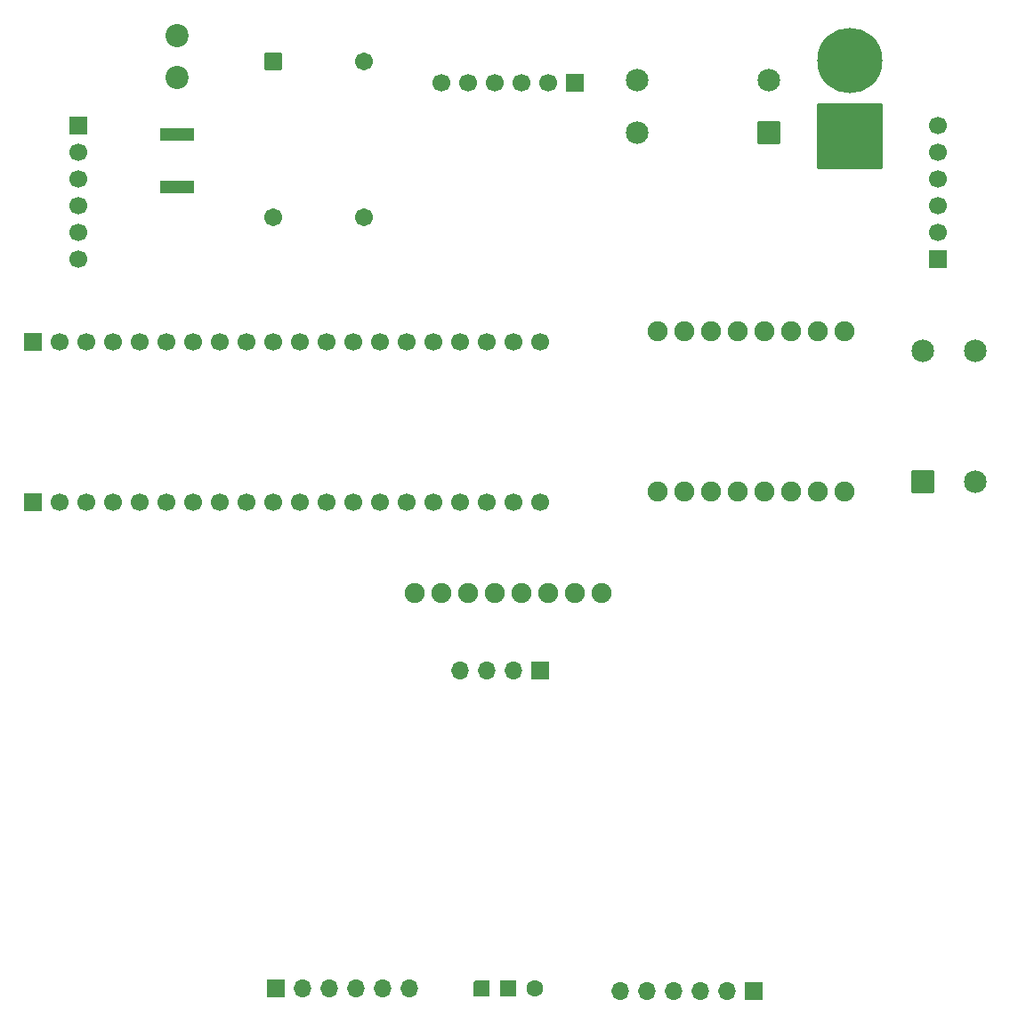
<source format=gbr>
%TF.GenerationSoftware,KiCad,Pcbnew,9.0.0*%
%TF.CreationDate,2025-04-20T11:33:30+05:30*%
%TF.ProjectId,micromouse,6d696372-6f6d-46f7-9573-652e6b696361,rev?*%
%TF.SameCoordinates,Original*%
%TF.FileFunction,Soldermask,Top*%
%TF.FilePolarity,Negative*%
%FSLAX46Y46*%
G04 Gerber Fmt 4.6, Leading zero omitted, Abs format (unit mm)*
G04 Created by KiCad (PCBNEW 9.0.0) date 2025-04-20 11:33:30*
%MOMM*%
%LPD*%
G01*
G04 APERTURE LIST*
G04 Aperture macros list*
%AMRoundRect*
0 Rectangle with rounded corners*
0 $1 Rounding radius*
0 $2 $3 $4 $5 $6 $7 $8 $9 X,Y pos of 4 corners*
0 Add a 4 corners polygon primitive as box body*
4,1,4,$2,$3,$4,$5,$6,$7,$8,$9,$2,$3,0*
0 Add four circle primitives for the rounded corners*
1,1,$1+$1,$2,$3*
1,1,$1+$1,$4,$5*
1,1,$1+$1,$6,$7*
1,1,$1+$1,$8,$9*
0 Add four rect primitives between the rounded corners*
20,1,$1+$1,$2,$3,$4,$5,0*
20,1,$1+$1,$4,$5,$6,$7,0*
20,1,$1+$1,$6,$7,$8,$9,0*
20,1,$1+$1,$8,$9,$2,$3,0*%
%AMOutline5P*
0 Free polygon, 5 corners , with rotation*
0 The origin of the aperture is its center*
0 number of corners: always 5*
0 $1 to $10 corner X, Y*
0 $11 Rotation angle, in degrees counterclockwise*
0 create outline with 5 corners*
4,1,5,$1,$2,$3,$4,$5,$6,$7,$8,$9,$10,$1,$2,$11*%
%AMOutline6P*
0 Free polygon, 6 corners , with rotation*
0 The origin of the aperture is its center*
0 number of corners: always 6*
0 $1 to $12 corner X, Y*
0 $13 Rotation angle, in degrees counterclockwise*
0 create outline with 6 corners*
4,1,6,$1,$2,$3,$4,$5,$6,$7,$8,$9,$10,$11,$12,$1,$2,$13*%
%AMOutline7P*
0 Free polygon, 7 corners , with rotation*
0 The origin of the aperture is its center*
0 number of corners: always 7*
0 $1 to $14 corner X, Y*
0 $15 Rotation angle, in degrees counterclockwise*
0 create outline with 7 corners*
4,1,7,$1,$2,$3,$4,$5,$6,$7,$8,$9,$10,$11,$12,$13,$14,$1,$2,$15*%
%AMOutline8P*
0 Free polygon, 8 corners , with rotation*
0 The origin of the aperture is its center*
0 number of corners: always 8*
0 $1 to $16 corner X, Y*
0 $17 Rotation angle, in degrees counterclockwise*
0 create outline with 8 corners*
4,1,8,$1,$2,$3,$4,$5,$6,$7,$8,$9,$10,$11,$12,$13,$14,$15,$16,$1,$2,$17*%
G04 Aperture macros list end*
%ADD10RoundRect,0.102000X0.975000X0.975000X-0.975000X0.975000X-0.975000X-0.975000X0.975000X-0.975000X0*%
%ADD11C,2.154000*%
%ADD12C,6.204000*%
%ADD13RoundRect,0.102000X3.000000X-3.000000X3.000000X3.000000X-3.000000X3.000000X-3.000000X-3.000000X0*%
%ADD14Outline5P,-0.800000X0.480000X-0.480000X0.800000X0.800000X0.800000X0.800000X-0.800000X-0.800000X-0.800000X0.000000*%
%ADD15R,1.500000X1.500000*%
%ADD16C,1.600000*%
%ADD17R,1.700000X1.700000*%
%ADD18O,1.700000X1.700000*%
%ADD19C,1.700000*%
%ADD20RoundRect,0.102000X0.975000X-0.975000X0.975000X0.975000X-0.975000X0.975000X-0.975000X-0.975000X0*%
%ADD21C,1.904000*%
%ADD22C,2.200000*%
%ADD23R,3.200000X1.200000*%
%ADD24RoundRect,0.102000X-0.749000X-0.749000X0.749000X-0.749000X0.749000X0.749000X-0.749000X0.749000X0*%
%ADD25C,1.702000*%
G04 APERTURE END LIST*
D10*
%TO.C,SW2*%
X158904000Y-35774000D03*
D11*
X158904000Y-30774000D03*
X146404000Y-35774000D03*
X146404000Y-30774000D03*
%TD*%
D12*
%TO.C,J1*%
X166624000Y-28868000D03*
D13*
X166624000Y-36068000D03*
%TD*%
D14*
%TO.C,SW3*%
X131572000Y-117094000D03*
D15*
X134112000Y-117094000D03*
D16*
X136652000Y-117094000D03*
%TD*%
D17*
%TO.C,U3*%
X157480000Y-117348000D03*
D18*
X154940000Y-117348000D03*
X152400000Y-117348000D03*
X149860000Y-117348000D03*
X147320000Y-117348000D03*
X144780000Y-117348000D03*
%TD*%
D17*
%TO.C,U2*%
X88900000Y-70866000D03*
D19*
X91440000Y-70866000D03*
X93980000Y-70866000D03*
X96520000Y-70866000D03*
X99060000Y-70866000D03*
X101600000Y-70866000D03*
X104140000Y-70866000D03*
X106680000Y-70866000D03*
X109220000Y-70866000D03*
X111760000Y-70866000D03*
X114300000Y-70866000D03*
X116840000Y-70866000D03*
X119380000Y-70866000D03*
X121920000Y-70866000D03*
X124460000Y-70866000D03*
X127000000Y-70866000D03*
X129540000Y-70866000D03*
X132080000Y-70866000D03*
X134620000Y-70866000D03*
X137160000Y-70866000D03*
X137160000Y-55626000D03*
X134620000Y-55626000D03*
X132080000Y-55626000D03*
X129540000Y-55626000D03*
X127000000Y-55626000D03*
X124460000Y-55626000D03*
X121920000Y-55626000D03*
X119380000Y-55626000D03*
X116840000Y-55626000D03*
X114300000Y-55626000D03*
X111760000Y-55626000D03*
X109220000Y-55626000D03*
X106680000Y-55626000D03*
X104140000Y-55626000D03*
X101600000Y-55626000D03*
X99060000Y-55626000D03*
X96520000Y-55626000D03*
X93980000Y-55626000D03*
X91440000Y-55626000D03*
D17*
X88900000Y-55626000D03*
%TD*%
D20*
%TO.C,SW4*%
X173522000Y-68988000D03*
D11*
X178522000Y-68988000D03*
X173522000Y-56488000D03*
X178522000Y-56488000D03*
%TD*%
D21*
%TO.C,U5*%
X166116000Y-54610000D03*
X163576000Y-54610000D03*
X161036000Y-54610000D03*
X158496000Y-54610000D03*
X155956000Y-54610000D03*
X153416000Y-54610000D03*
X150876000Y-54610000D03*
X148336000Y-54610000D03*
X148336000Y-69850000D03*
X150876000Y-69850000D03*
X153416000Y-69850000D03*
X155956000Y-69850000D03*
X158496000Y-69850000D03*
X161036000Y-69850000D03*
X163576000Y-69850000D03*
X166116000Y-69850000D03*
%TD*%
D17*
%TO.C,U4*%
X112014000Y-117094000D03*
D18*
X114554000Y-117094000D03*
X117094000Y-117094000D03*
X119634000Y-117094000D03*
X122174000Y-117094000D03*
X124714000Y-117094000D03*
%TD*%
D17*
%TO.C,U10*%
X137160000Y-86868000D03*
D18*
X134620000Y-86868000D03*
X132080000Y-86868000D03*
X129540000Y-86868000D03*
%TD*%
D22*
%TO.C,SW1*%
X102616000Y-30524000D03*
X102616000Y-26524000D03*
D23*
X102616000Y-35894000D03*
X102616000Y-40894000D03*
%TD*%
D24*
%TO.C,U1*%
X111760000Y-28956000D03*
D25*
X111760000Y-43815000D03*
X120396000Y-28956000D03*
X120396000Y-43815000D03*
%TD*%
D21*
%TO.C,ACC1*%
X143002000Y-79502000D03*
X140462000Y-79502000D03*
X137922000Y-79502000D03*
X135382000Y-79502000D03*
X132842000Y-79502000D03*
X130302000Y-79502000D03*
X127762000Y-79502000D03*
X125222000Y-79502000D03*
%TD*%
D19*
%TO.C,U8*%
X93218000Y-47756000D03*
X93218000Y-45216000D03*
X93218000Y-42676000D03*
X93218000Y-40136000D03*
X93218000Y-37596000D03*
D17*
X93218000Y-35056000D03*
%TD*%
D19*
%TO.C,U6*%
X175006000Y-35056000D03*
X175006000Y-37596000D03*
X175006000Y-40136000D03*
X175006000Y-42676000D03*
X175006000Y-45216000D03*
D17*
X175006000Y-47756000D03*
%TD*%
D19*
%TO.C,U7*%
X127766000Y-30988000D03*
X130306000Y-30988000D03*
X132846000Y-30988000D03*
X135386000Y-30988000D03*
X137926000Y-30988000D03*
D17*
X140466000Y-30988000D03*
%TD*%
M02*

</source>
